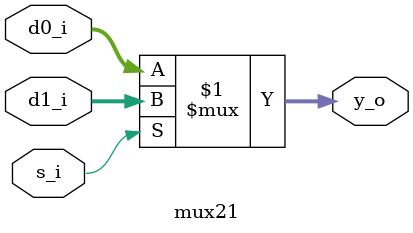
<source format=sv>
`timescale 1ns / 1ps

module mux21 (
    input    logic [ 31 : 0 ]  d0_i,      // Primera entrada del MUX 2:1
    input    logic [ 31 : 0 ]  d1_i,      // Segunda entrada del MUX 2:1  
    input    logic             s_i,       // Selector del  MUX 2:1
    output   logic [ 31 : 0 ]  y_o);      // Salida del MUX 2:2
    
    assign    y_o = s_i ? d1_i : d0_i;    // Salida del MUX dependiendo del selector 
    
endmodule

</source>
